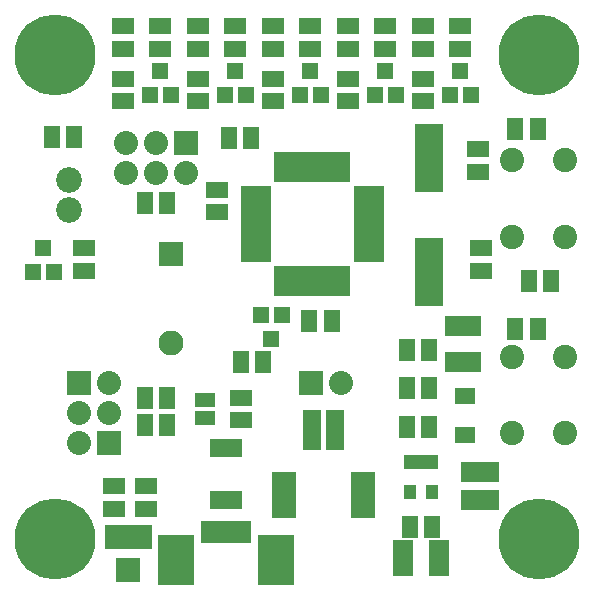
<source format=gts>
G04 (created by PCBNEW (2013-07-07 BZR 4022)-stable) date 11/23/2014 11:30:57 PM*
%MOIN*%
G04 Gerber Fmt 3.4, Leading zero omitted, Abs format*
%FSLAX34Y34*%
G01*
G70*
G90*
G04 APERTURE LIST*
%ADD10C,0.00590551*%
%ADD11C,0.27*%
%ADD12R,0.0987X0.0377*%
%ADD13R,0.0377X0.0987*%
%ADD14C,0.081*%
%ADD15R,0.075X0.055*%
%ADD16R,0.055X0.075*%
%ADD17R,0.08X0.08*%
%ADD18C,0.08*%
%ADD19C,0.086*%
%ADD20R,0.096X0.23*%
%ADD21R,0.0829921X0.0829921*%
%ADD22C,0.0829921*%
%ADD23R,0.0790551X0.0790551*%
%ADD24R,0.04X0.05*%
%ADD25R,0.068X0.0558*%
%ADD26R,0.12X0.07*%
%ADD27R,0.065X0.045*%
%ADD28R,0.0306X0.0594*%
%ADD29R,0.0593701X0.13811*%
%ADD30R,0.0790551X0.153858*%
%ADD31R,0.126299X0.0672441*%
%ADD32R,0.1184X0.1696*%
%ADD33R,0.0397X0.0751*%
%ADD34R,0.056X0.056*%
%ADD35R,0.07X0.12*%
G04 APERTURE END LIST*
G54D10*
G54D11*
X23228Y-17322D03*
X39370Y-17322D03*
X39370Y-33464D03*
X23228Y-33464D03*
G54D12*
X33696Y-21857D03*
X33696Y-22172D03*
X33696Y-22487D03*
X33696Y-22802D03*
X33696Y-23117D03*
X33696Y-23432D03*
X33696Y-23747D03*
X33696Y-24062D03*
X29930Y-24060D03*
X29930Y-21850D03*
X29930Y-22170D03*
X29930Y-22490D03*
X29930Y-22800D03*
X29930Y-23120D03*
X29930Y-23430D03*
X29930Y-23750D03*
G54D13*
X32912Y-24850D03*
X32598Y-24850D03*
X32282Y-24850D03*
X31968Y-24850D03*
X31652Y-24850D03*
X31338Y-24850D03*
X31022Y-24850D03*
X30708Y-24850D03*
X32910Y-21070D03*
X32600Y-21070D03*
X32280Y-21070D03*
X31970Y-21070D03*
X31660Y-21070D03*
X31340Y-21070D03*
X31020Y-21070D03*
X30700Y-21070D03*
G54D14*
X40256Y-23405D03*
X38484Y-23405D03*
X40256Y-20845D03*
X38484Y-20845D03*
X40256Y-29941D03*
X38484Y-29941D03*
X40256Y-27381D03*
X38484Y-27381D03*
G54D15*
X33000Y-18875D03*
X33000Y-18125D03*
G54D16*
X38575Y-19800D03*
X39325Y-19800D03*
X38575Y-26450D03*
X39325Y-26450D03*
G54D15*
X35500Y-16375D03*
X35500Y-17125D03*
X35500Y-18875D03*
X35500Y-18125D03*
X24200Y-23775D03*
X24200Y-24525D03*
G54D16*
X23125Y-20050D03*
X23875Y-20050D03*
X32461Y-26181D03*
X31711Y-26181D03*
G54D15*
X34250Y-16375D03*
X34250Y-17125D03*
X28000Y-18875D03*
X28000Y-18125D03*
X28000Y-16375D03*
X28000Y-17125D03*
X29250Y-16375D03*
X29250Y-17125D03*
X30500Y-18875D03*
X30500Y-18125D03*
X30500Y-16375D03*
X30500Y-17125D03*
X31750Y-16375D03*
X31750Y-17125D03*
X33000Y-16375D03*
X33000Y-17125D03*
X25500Y-18875D03*
X25500Y-18125D03*
X25500Y-16375D03*
X25500Y-17125D03*
X26750Y-16375D03*
X26750Y-17125D03*
G54D17*
X27600Y-20250D03*
G54D18*
X27600Y-21250D03*
X26600Y-20250D03*
X26600Y-21250D03*
X25600Y-20250D03*
X25600Y-21250D03*
G54D16*
X26975Y-22250D03*
X26225Y-22250D03*
G54D15*
X37350Y-21225D03*
X37350Y-20475D03*
X37450Y-23775D03*
X37450Y-24525D03*
X36750Y-16375D03*
X36750Y-17125D03*
G54D16*
X29775Y-20100D03*
X29025Y-20100D03*
X34959Y-28444D03*
X35709Y-28444D03*
G54D17*
X25050Y-30250D03*
G54D18*
X25050Y-29250D03*
X25050Y-28250D03*
G54D19*
X23700Y-21500D03*
X23700Y-22500D03*
G54D20*
X35700Y-20750D03*
X35700Y-24550D03*
G54D21*
X27100Y-23953D03*
G54D22*
X27100Y-26946D03*
G54D23*
X25688Y-34507D03*
X25314Y-33405D03*
X26062Y-33405D03*
G54D24*
X35808Y-30897D03*
X35058Y-30897D03*
X35808Y-31897D03*
X35433Y-30897D03*
X35058Y-31897D03*
G54D25*
X36900Y-29994D03*
X36900Y-28706D03*
G54D26*
X36850Y-27550D03*
X36850Y-26350D03*
G54D16*
X26225Y-29650D03*
X26975Y-29650D03*
G54D15*
X28650Y-21825D03*
X28650Y-22575D03*
G54D16*
X34959Y-29724D03*
X35709Y-29724D03*
X34959Y-27165D03*
X35709Y-27165D03*
X35808Y-33070D03*
X35058Y-33070D03*
G54D15*
X29429Y-29508D03*
X29429Y-28758D03*
X26279Y-31711D03*
X26279Y-32461D03*
X25196Y-31711D03*
X25196Y-32461D03*
G54D27*
X28248Y-29433D03*
X28248Y-28833D03*
G54D28*
X28537Y-32174D03*
X28737Y-32174D03*
X28937Y-32174D03*
X29137Y-32174D03*
X29337Y-32174D03*
X29337Y-30424D03*
X29137Y-30424D03*
X28937Y-30424D03*
X28737Y-30424D03*
X28537Y-30424D03*
G54D29*
X32578Y-29822D03*
X31791Y-29822D03*
G54D30*
X33503Y-31988D03*
X30866Y-31988D03*
G54D31*
X37401Y-32165D03*
X37401Y-31220D03*
G54D32*
X30591Y-34172D03*
X27283Y-34172D03*
G54D33*
X29567Y-33227D03*
X29252Y-33227D03*
X28307Y-33227D03*
X28622Y-33227D03*
X28937Y-33227D03*
G54D17*
X31783Y-28248D03*
G54D18*
X32783Y-28248D03*
G54D16*
X30175Y-27550D03*
X29425Y-27550D03*
X26225Y-28750D03*
X26975Y-28750D03*
G54D17*
X24050Y-28250D03*
G54D18*
X24050Y-29250D03*
X24050Y-30250D03*
G54D16*
X39025Y-24850D03*
X39775Y-24850D03*
G54D34*
X29600Y-18650D03*
X28900Y-18650D03*
X29250Y-17850D03*
X23200Y-24550D03*
X22500Y-24550D03*
X22850Y-23750D03*
X30100Y-26000D03*
X30800Y-26000D03*
X30450Y-26800D03*
X32100Y-18650D03*
X31400Y-18650D03*
X31750Y-17850D03*
X27100Y-18650D03*
X26400Y-18650D03*
X26750Y-17850D03*
X37100Y-18650D03*
X36400Y-18650D03*
X36750Y-17850D03*
X34600Y-18650D03*
X33900Y-18650D03*
X34250Y-17850D03*
G54D35*
X36040Y-34090D03*
X34840Y-34090D03*
M02*

</source>
